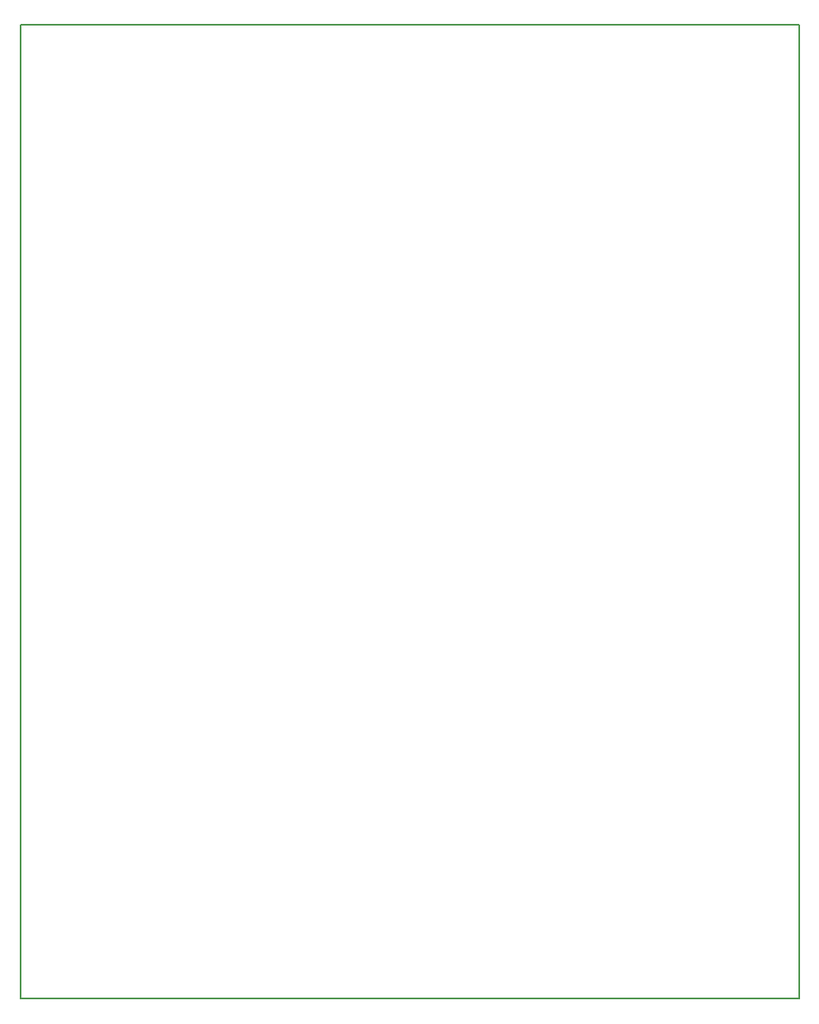
<source format=gbr>
%TF.GenerationSoftware,KiCad,Pcbnew,8.0.1*%
%TF.CreationDate,2024-09-01T11:50:54+02:00*%
%TF.ProjectId,Macro keyboard,4d616372-6f20-46b6-9579-626f6172642e,rev?*%
%TF.SameCoordinates,Original*%
%TF.FileFunction,Profile,NP*%
%FSLAX46Y46*%
G04 Gerber Fmt 4.6, Leading zero omitted, Abs format (unit mm)*
G04 Created by KiCad (PCBNEW 8.0.1) date 2024-09-01 11:50:54*
%MOMM*%
%LPD*%
G01*
G04 APERTURE LIST*
%TA.AperFunction,Profile*%
%ADD10C,0.200000*%
%TD*%
G04 APERTURE END LIST*
D10*
X187750000Y-34250000D02*
X267750000Y-34250000D01*
X267750000Y-134250000D01*
X187750000Y-134250000D01*
X187750000Y-34250000D01*
M02*

</source>
